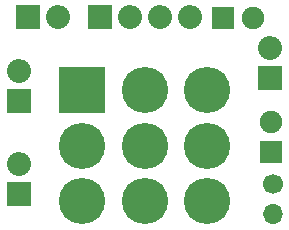
<source format=gbs>
G04 #@! TF.GenerationSoftware,KiCad,Pcbnew,(5.99.0-1105-g741783c6d)*
G04 #@! TF.CreationDate,2020-03-14T19:36:21+02:00*
G04 #@! TF.ProjectId,3pdt-basic,33706474-2d62-4617-9369-632e6b696361,rev?*
G04 #@! TF.SameCoordinates,Original*
G04 #@! TF.FileFunction,Soldermask,Bot*
G04 #@! TF.FilePolarity,Negative*
%FSLAX46Y46*%
G04 Gerber Fmt 4.6, Leading zero omitted, Abs format (unit mm)*
G04 Created by KiCad (PCBNEW (5.99.0-1105-g741783c6d)) date 2020-03-14 19:36:21*
%MOMM*%
%LPD*%
G01*
G04 APERTURE LIST*
%ADD10C,1.900000*%
%ADD11R,1.900000X1.900000*%
%ADD12O,3.916000X3.916000*%
%ADD13R,3.916000X3.916000*%
%ADD14O,2.030400X2.030400*%
%ADD15R,2.030400X2.030400*%
%ADD16O,1.700000X1.700000*%
%ADD17C,1.700000*%
G04 APERTURE END LIST*
D10*
X156921200Y-83820000D03*
D11*
X154381200Y-83820000D03*
D12*
X153026400Y-99340400D03*
X153026400Y-94640400D03*
X153026400Y-89940400D03*
X147726400Y-99340400D03*
X147726400Y-94640400D03*
X147726400Y-89940400D03*
X142426400Y-99340400D03*
X142426400Y-94640400D03*
D13*
X142426400Y-89940400D03*
D14*
X137109200Y-96215200D03*
D15*
X137109200Y-98755200D03*
D14*
X140360400Y-83718400D03*
D15*
X137820400Y-83718400D03*
D14*
X151536400Y-83718400D03*
X148996400Y-83718400D03*
X146456400Y-83718400D03*
D15*
X143916400Y-83718400D03*
D16*
X158546800Y-100380800D03*
D17*
X158546800Y-97840800D03*
D10*
X158394400Y-92608400D03*
D11*
X158394400Y-95148400D03*
D15*
X137058400Y-90805000D03*
D14*
X137058400Y-88265000D03*
D15*
X158292800Y-88900000D03*
D14*
X158292800Y-86360000D03*
M02*

</source>
